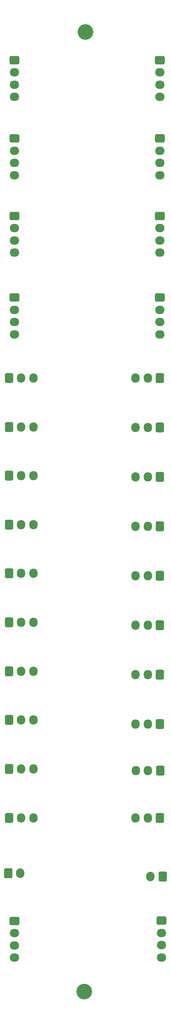
<source format=gbr>
%TF.GenerationSoftware,KiCad,Pcbnew,8.0.8*%
%TF.CreationDate,2025-02-25T14:17:27-08:00*%
%TF.ProjectId,Casa passthrough,43617361-2070-4617-9373-7468726f7567,rev?*%
%TF.SameCoordinates,Original*%
%TF.FileFunction,Soldermask,Top*%
%TF.FilePolarity,Negative*%
%FSLAX46Y46*%
G04 Gerber Fmt 4.6, Leading zero omitted, Abs format (unit mm)*
G04 Created by KiCad (PCBNEW 8.0.8) date 2025-02-25 14:17:27*
%MOMM*%
%LPD*%
G01*
G04 APERTURE LIST*
G04 Aperture macros list*
%AMRoundRect*
0 Rectangle with rounded corners*
0 $1 Rounding radius*
0 $2 $3 $4 $5 $6 $7 $8 $9 X,Y pos of 4 corners*
0 Add a 4 corners polygon primitive as box body*
4,1,4,$2,$3,$4,$5,$6,$7,$8,$9,$2,$3,0*
0 Add four circle primitives for the rounded corners*
1,1,$1+$1,$2,$3*
1,1,$1+$1,$4,$5*
1,1,$1+$1,$6,$7*
1,1,$1+$1,$8,$9*
0 Add four rect primitives between the rounded corners*
20,1,$1+$1,$2,$3,$4,$5,0*
20,1,$1+$1,$4,$5,$6,$7,0*
20,1,$1+$1,$6,$7,$8,$9,0*
20,1,$1+$1,$8,$9,$2,$3,0*%
G04 Aperture macros list end*
%ADD10RoundRect,0.250000X0.600000X0.725000X-0.600000X0.725000X-0.600000X-0.725000X0.600000X-0.725000X0*%
%ADD11O,1.700000X1.950000*%
%ADD12RoundRect,0.250000X-0.600000X-0.725000X0.600000X-0.725000X0.600000X0.725000X-0.600000X0.725000X0*%
%ADD13RoundRect,0.250000X-0.600000X-0.750000X0.600000X-0.750000X0.600000X0.750000X-0.600000X0.750000X0*%
%ADD14O,1.700000X2.000000*%
%ADD15RoundRect,0.250000X-0.725000X0.600000X-0.725000X-0.600000X0.725000X-0.600000X0.725000X0.600000X0*%
%ADD16O,1.950000X1.700000*%
%ADD17C,3.200000*%
%ADD18RoundRect,0.250000X0.600000X0.750000X-0.600000X0.750000X-0.600000X-0.750000X0.600000X-0.750000X0*%
G04 APERTURE END LIST*
D10*
%TO.C,X_Endstop_Min_IN1*%
X664845000Y-292735000D03*
D11*
X662345000Y-292735000D03*
X659845000Y-292735000D03*
%TD*%
D12*
%TO.C,Y_Endstop_Min_OUT1*%
X633890000Y-312656110D03*
D11*
X636390000Y-312656110D03*
X638890000Y-312656110D03*
%TD*%
D10*
%TO.C,Probe_IN1*%
X664845000Y-382380000D03*
D11*
X662345000Y-382380000D03*
X659845000Y-382380000D03*
%TD*%
D10*
%TO.C,Aux_Endstop_Min_IN1*%
X664845000Y-353198332D03*
D11*
X662345000Y-353198332D03*
X659845000Y-353198332D03*
%TD*%
D13*
%TO.C,Coolant_IN1*%
X633730000Y-393700000D03*
D14*
X636230000Y-393700000D03*
%TD*%
D10*
%TO.C,Z_Endstop_Max_IN1*%
X664845000Y-343121110D03*
D11*
X662345000Y-343121110D03*
X659845000Y-343121110D03*
%TD*%
D12*
%TO.C,Toolsetter_OUT1*%
X633890000Y-372419440D03*
D11*
X636390000Y-372419440D03*
X638890000Y-372419440D03*
%TD*%
D12*
%TO.C,Y_Endstop_Max_OUT1*%
X633890000Y-322616665D03*
D11*
X636390000Y-322616665D03*
X638890000Y-322616665D03*
%TD*%
D12*
%TO.C,Z_Endstop_Min_OUT1*%
X633890000Y-332577220D03*
D11*
X636390000Y-332577220D03*
X638890000Y-332577220D03*
%TD*%
D10*
%TO.C,Y_Endstop_Min_IN1*%
X664845000Y-312889444D03*
D11*
X662345000Y-312889444D03*
X659845000Y-312889444D03*
%TD*%
D10*
%TO.C,Aux_Endstop_Max_IN1*%
X664845000Y-363275554D03*
D11*
X662345000Y-363275554D03*
X659845000Y-363275554D03*
%TD*%
D15*
%TO.C,Estop_IN1*%
X665142500Y-403345000D03*
D16*
X665142500Y-405845000D03*
X665142500Y-408345000D03*
X665142500Y-410845000D03*
%TD*%
D15*
%TO.C,EStop_OUT1*%
X635000000Y-403385000D03*
D16*
X635000000Y-405885000D03*
X635000000Y-408385000D03*
X635000000Y-410885000D03*
%TD*%
D15*
%TO.C,Aux_Motor_OUT1*%
X664845000Y-276345000D03*
D16*
X664845000Y-278845000D03*
X664845000Y-281345000D03*
X664845000Y-283845000D03*
%TD*%
D12*
%TO.C,X_Endstop_Max_OUT1*%
X633890000Y-302695555D03*
D11*
X636390000Y-302695555D03*
X638890000Y-302695555D03*
%TD*%
D15*
%TO.C,X_Motor_IN1*%
X635000000Y-227965000D03*
D16*
X635000000Y-230465000D03*
X635000000Y-232965000D03*
X635000000Y-235465000D03*
%TD*%
D17*
%TO.C,REF\u002A\u002A*%
X649605000Y-222250000D03*
%TD*%
D12*
%TO.C,Probe_OUT1*%
X633890000Y-382380000D03*
D11*
X636390000Y-382380000D03*
X638890000Y-382380000D03*
%TD*%
D15*
%TO.C,Z_Motor_OUT1*%
X664845000Y-259715000D03*
D16*
X664845000Y-262215000D03*
X664845000Y-264715000D03*
X664845000Y-267215000D03*
%TD*%
D10*
%TO.C,Y_Endstop_Max_IN1*%
X664845000Y-322966666D03*
D11*
X662345000Y-322966666D03*
X659845000Y-322966666D03*
%TD*%
D18*
%TO.C,Coolant_OUT1*%
X665400000Y-394335000D03*
D14*
X662900000Y-394335000D03*
%TD*%
D10*
%TO.C,X_Endstop_Max_IN1*%
X664845000Y-302812222D03*
D11*
X662345000Y-302812222D03*
X659845000Y-302812222D03*
%TD*%
D10*
%TO.C,Toolsetter_IN1*%
X664885000Y-372745000D03*
D11*
X662385000Y-372745000D03*
X659885000Y-372745000D03*
%TD*%
D12*
%TO.C,Aux_Endstop_Max_OUT1*%
X633890000Y-362458885D03*
D11*
X636390000Y-362458885D03*
X638890000Y-362458885D03*
%TD*%
D15*
%TO.C,Z_Motor_IN1*%
X635000000Y-259715000D03*
D16*
X635000000Y-262215000D03*
X635000000Y-264715000D03*
X635000000Y-267215000D03*
%TD*%
D15*
%TO.C,X_Motor_OUT1*%
X664845000Y-227965000D03*
D16*
X664845000Y-230465000D03*
X664845000Y-232965000D03*
X664845000Y-235465000D03*
%TD*%
D12*
%TO.C,X_Endstop_Min_OUT1*%
X633890000Y-292735000D03*
D11*
X636390000Y-292735000D03*
X638890000Y-292735000D03*
%TD*%
D15*
%TO.C,Y_Motor_OUT1*%
X664845000Y-243920000D03*
D16*
X664845000Y-246420000D03*
X664845000Y-248920000D03*
X664845000Y-251420000D03*
%TD*%
D12*
%TO.C,Z_Endstop_Max_OUT1*%
X633890000Y-342537775D03*
D11*
X636390000Y-342537775D03*
X638890000Y-342537775D03*
%TD*%
D10*
%TO.C,Z_Endstop_Min_IN1*%
X664845000Y-333043888D03*
D11*
X662345000Y-333043888D03*
X659845000Y-333043888D03*
%TD*%
D17*
%TO.C,REF\u002A\u002A*%
X649287500Y-417830000D03*
%TD*%
D15*
%TO.C,Y_Motor_IN1*%
X635000000Y-243920000D03*
D16*
X635000000Y-246420000D03*
X635000000Y-248920000D03*
X635000000Y-251420000D03*
%TD*%
D12*
%TO.C,Aux_Endstop_Min_OUT1*%
X633890000Y-352498330D03*
D11*
X636390000Y-352498330D03*
X638890000Y-352498330D03*
%TD*%
D15*
%TO.C,Aux_Motor_IN1*%
X635000000Y-276345000D03*
D16*
X635000000Y-278845000D03*
X635000000Y-281345000D03*
X635000000Y-283845000D03*
%TD*%
M02*

</source>
